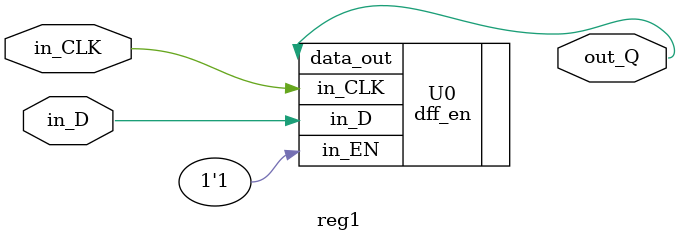
<source format=v>
`timescale 1ns / 1ps


module reg1(
    input in_D,
    input in_CLK,
    output out_Q
    );

dff_en U0(
    .data_out(out_Q),
    .in_D(in_D),
    .in_CLK(in_CLK),
    .in_EN(1'b1)
    );
    
endmodule

</source>
